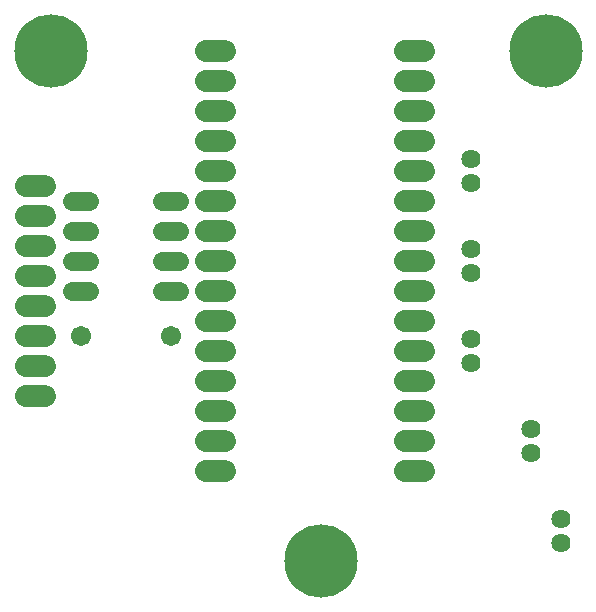
<source format=gbr>
G04 EAGLE Gerber RS-274X export*
G75*
%MOMM*%
%FSLAX34Y34*%
%LPD*%
%INSoldermask Bottom*%
%IPPOS*%
%AMOC8*
5,1,8,0,0,1.08239X$1,22.5*%
G01*
%ADD10C,6.203200*%
%ADD11C,1.828800*%
%ADD12C,1.625600*%
%ADD13C,1.625600*%
%ADD14C,1.712800*%


D10*
X457200Y469900D03*
X266700Y38100D03*
X38100Y469900D03*
D11*
X169164Y469900D02*
X185420Y469900D01*
X185420Y444500D02*
X169164Y444500D01*
X169164Y419100D02*
X185420Y419100D01*
X185420Y393700D02*
X169164Y393700D01*
X169164Y368300D02*
X185420Y368300D01*
X185420Y342900D02*
X169164Y342900D01*
X169164Y317500D02*
X185420Y317500D01*
X185420Y292100D02*
X169164Y292100D01*
X169164Y266700D02*
X185420Y266700D01*
X185420Y241300D02*
X169164Y241300D01*
X169164Y215900D02*
X185420Y215900D01*
X185420Y190500D02*
X169164Y190500D01*
X169164Y165100D02*
X185420Y165100D01*
X185420Y139700D02*
X169164Y139700D01*
X169164Y114300D02*
X185420Y114300D01*
X337820Y114300D02*
X354076Y114300D01*
X354076Y139700D02*
X337820Y139700D01*
X337820Y165100D02*
X354076Y165100D01*
X354076Y190500D02*
X337820Y190500D01*
X337820Y215900D02*
X354076Y215900D01*
X354076Y241300D02*
X337820Y241300D01*
X337820Y266700D02*
X354076Y266700D01*
X354076Y292100D02*
X337820Y292100D01*
X337820Y317500D02*
X354076Y317500D01*
X354076Y342900D02*
X337820Y342900D01*
X337820Y368300D02*
X354076Y368300D01*
X354076Y393700D02*
X337820Y393700D01*
X337820Y419100D02*
X354076Y419100D01*
X354076Y444500D02*
X337820Y444500D01*
X337800Y469900D02*
X354056Y469900D01*
D12*
X469900Y73500D03*
X469900Y53500D03*
X393700Y358300D03*
X393700Y378300D03*
X393700Y282100D03*
X393700Y302100D03*
X393700Y205900D03*
X393700Y225900D03*
X444500Y129700D03*
X444500Y149700D03*
D13*
X146812Y266700D02*
X132588Y266700D01*
X132588Y292100D02*
X146812Y292100D01*
X70612Y292100D02*
X56388Y292100D01*
X56388Y266700D02*
X70612Y266700D01*
X132588Y317500D02*
X146812Y317500D01*
X146812Y342900D02*
X132588Y342900D01*
X70612Y317500D02*
X56388Y317500D01*
X56388Y342900D02*
X70612Y342900D01*
D14*
X139700Y228600D03*
X63500Y228600D03*
D11*
X33528Y177800D02*
X17272Y177800D01*
X17272Y203200D02*
X33528Y203200D01*
X33528Y228600D02*
X17272Y228600D01*
X17272Y254000D02*
X33528Y254000D01*
X33528Y279400D02*
X17272Y279400D01*
X17272Y304800D02*
X33528Y304800D01*
X33528Y330200D02*
X17272Y330200D01*
X17272Y355600D02*
X33528Y355600D01*
M02*

</source>
